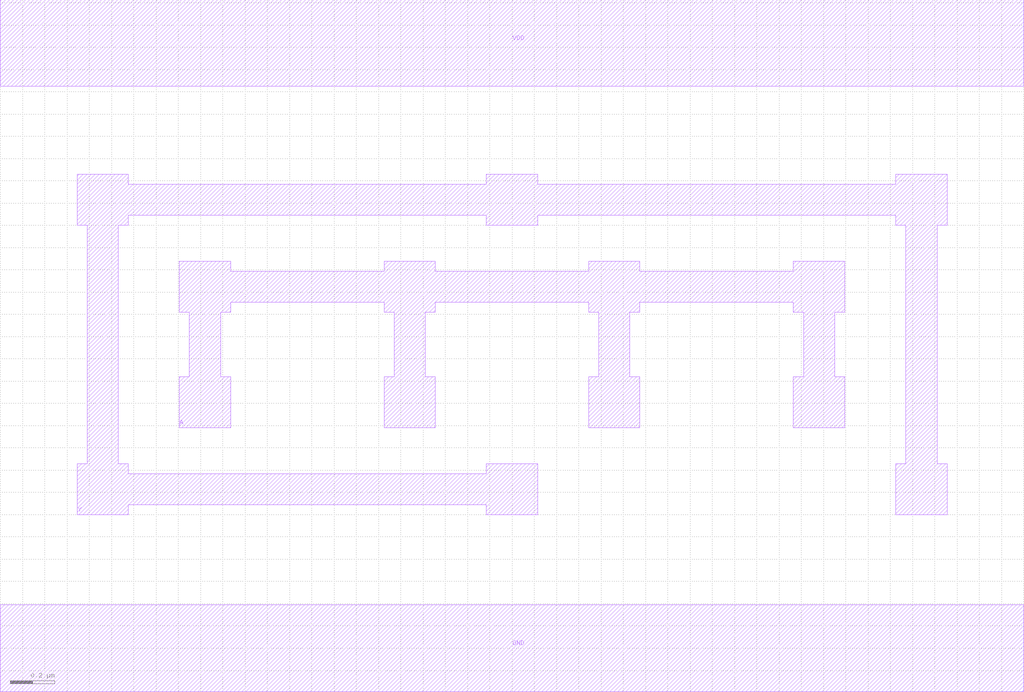
<source format=lef>
MACRO INVX8
 CLASS CORE ;
 ORIGIN 0 0 ;
 FOREIGN INVX8 0 0 ;
 SITE CORE ;
 SYMMETRY X Y R90 ;
  PIN VDD
   DIRECTION INOUT ;
   USE SIGNAL ;
   SHAPE ABUTMENT ;
    PORT
     CLASS CORE ;
       LAYER metal2 ;
        RECT 0.00000000 2.52500000 4.60000000 2.91500000 ;
    END
  END VDD

  PIN GND
   DIRECTION INOUT ;
   USE SIGNAL ;
   SHAPE ABUTMENT ;
    PORT
     CLASS CORE ;
       LAYER metal2 ;
        RECT 0.00000000 -0.19500000 4.60000000 0.19500000 ;
    END
  END GND

  PIN Y
   DIRECTION INOUT ;
   USE SIGNAL ;
   SHAPE ABUTMENT ;
    PORT
     CLASS CORE ;
       LAYER metal2 ;
        POLYGON 0.34500000 0.60000000 0.34500000 0.83000000 0.39000000 0.83000000 0.39000000 1.90000000 0.34500000 1.90000000 0.34500000 2.13000000 0.57500000 2.13000000 0.57500000 2.08500000 2.18500000 2.08500000 2.18500000 2.13000000 2.41500000 2.13000000 2.41500000 2.08500000 4.02500000 2.08500000 4.02500000 2.13000000 4.25500000 2.13000000 4.25500000 1.90000000 4.21000000 1.90000000 4.21000000 0.83000000 4.25500000 0.83000000 4.25500000 0.60000000 4.02500000 0.60000000 4.02500000 0.83000000 4.07000000 0.83000000 4.07000000 1.90000000 4.02500000 1.90000000 4.02500000 1.94500000 2.41500000 1.94500000 2.41500000 1.90000000 2.18500000 1.90000000 2.18500000 1.94500000 0.57500000 1.94500000 0.57500000 1.90000000 0.53000000 1.90000000 0.53000000 0.83000000 0.57500000 0.83000000 0.57500000 0.78500000 2.18500000 0.78500000 2.18500000 0.83000000 2.41500000 0.83000000 2.41500000 0.60000000 2.18500000 0.60000000 2.18500000 0.64500000 0.57500000 0.64500000 0.57500000 0.60000000 ;
    END
  END Y

  PIN A
   DIRECTION INOUT ;
   USE SIGNAL ;
   SHAPE ABUTMENT ;
    PORT
     CLASS CORE ;
       LAYER metal2 ;
        POLYGON 0.80500000 0.99000000 0.80500000 1.22000000 0.85000000 1.22000000 0.85000000 1.51000000 0.80500000 1.51000000 0.80500000 1.74000000 1.03500000 1.74000000 1.03500000 1.69500000 1.72500000 1.69500000 1.72500000 1.74000000 1.95500000 1.74000000 1.95500000 1.69500000 2.64500000 1.69500000 2.64500000 1.74000000 2.87500000 1.74000000 2.87500000 1.69500000 3.56500000 1.69500000 3.56500000 1.74000000 3.79500000 1.74000000 3.79500000 1.51000000 3.75000000 1.51000000 3.75000000 1.22000000 3.79500000 1.22000000 3.79500000 0.99000000 3.56500000 0.99000000 3.56500000 1.22000000 3.61000000 1.22000000 3.61000000 1.51000000 3.56500000 1.51000000 3.56500000 1.55500000 2.87500000 1.55500000 2.87500000 1.51000000 2.83000000 1.51000000 2.83000000 1.22000000 2.87500000 1.22000000 2.87500000 0.99000000 2.64500000 0.99000000 2.64500000 1.22000000 2.69000000 1.22000000 2.69000000 1.51000000 2.64500000 1.51000000 2.64500000 1.55500000 1.95500000 1.55500000 1.95500000 1.51000000 1.91000000 1.51000000 1.91000000 1.22000000 1.95500000 1.22000000 1.95500000 0.99000000 1.72500000 0.99000000 1.72500000 1.22000000 1.77000000 1.22000000 1.77000000 1.51000000 1.72500000 1.51000000 1.72500000 1.55500000 1.03500000 1.55500000 1.03500000 1.51000000 0.99000000 1.51000000 0.99000000 1.22000000 1.03500000 1.22000000 1.03500000 0.99000000 ;
    END
  END A


END INVX8

</source>
